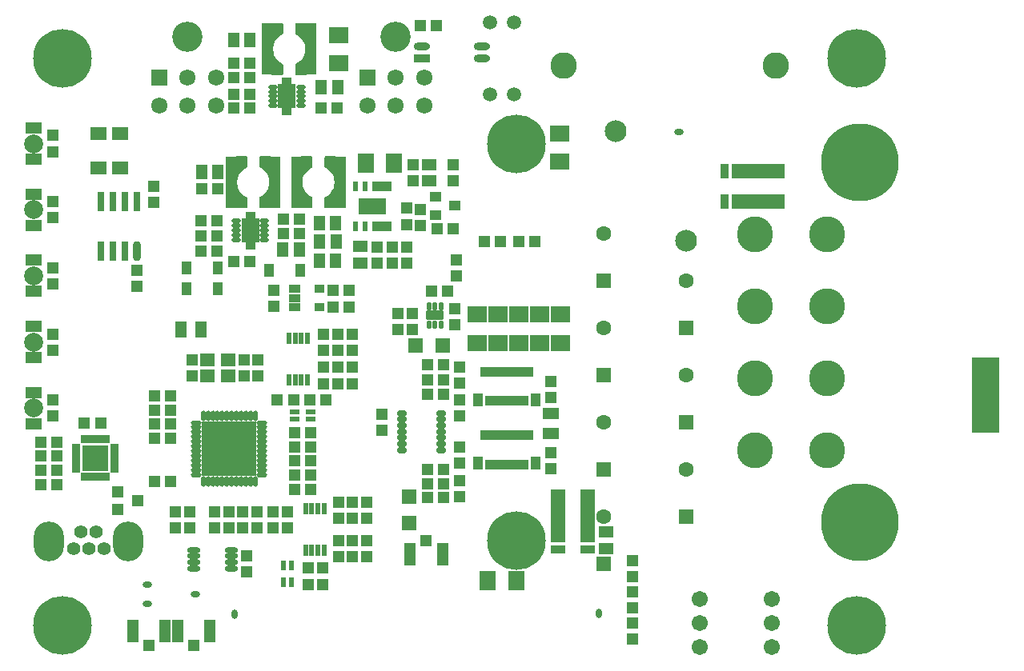
<source format=gbr>
%TF.GenerationSoftware,Altium Limited,Altium Designer,22.0.2 (36)*%
G04 Layer_Color=16711935*
%FSLAX45Y45*%
%MOMM*%
%TF.SameCoordinates,8084254D-3EA1-499E-96B0-688E0DB6412D*%
%TF.FilePolarity,Negative*%
%TF.FileFunction,Soldermask,Bot*%
%TF.Part,Single*%
G01*
G75*
%TA.AperFunction,NonConductor*%
%ADD103R,3.00000X8.00000*%
%TA.AperFunction,SMDPad,CuDef*%
G04:AMPARAMS|DCode=104|XSize=0.5032mm|YSize=0.9032mm|CornerRadius=0.1466mm|HoleSize=0mm|Usage=FLASHONLY|Rotation=0.000|XOffset=0mm|YOffset=0mm|HoleType=Round|Shape=RoundedRectangle|*
%AMROUNDEDRECTD104*
21,1,0.50320,0.61000,0,0,0.0*
21,1,0.21000,0.90320,0,0,0.0*
1,1,0.29320,0.10500,-0.30500*
1,1,0.29320,-0.10500,-0.30500*
1,1,0.29320,-0.10500,0.30500*
1,1,0.29320,0.10500,0.30500*
%
%ADD104ROUNDEDRECTD104*%
G04:AMPARAMS|DCode=105|XSize=1.8032mm|YSize=1.0932mm|CornerRadius=0.1461mm|HoleSize=0mm|Usage=FLASHONLY|Rotation=0.000|XOffset=0mm|YOffset=0mm|HoleType=Round|Shape=RoundedRectangle|*
%AMROUNDEDRECTD105*
21,1,1.80320,0.80100,0,0,0.0*
21,1,1.51100,1.09320,0,0,0.0*
1,1,0.29220,0.75550,-0.40050*
1,1,0.29220,-0.75550,-0.40050*
1,1,0.29220,-0.75550,0.40050*
1,1,0.29220,0.75550,0.40050*
%
%ADD105ROUNDEDRECTD105*%
%ADD106R,1.80320X1.30320*%
%ADD107R,1.15320X5.50320*%
%ADD108R,1.75320X1.35320*%
%ADD109R,0.60320X1.10320*%
%ADD110R,1.25320X2.40320*%
%ADD111R,1.20320X1.20320*%
G04:AMPARAMS|DCode=112|XSize=0.6032mm|YSize=1.3032mm|CornerRadius=0.2016mm|HoleSize=0mm|Usage=FLASHONLY|Rotation=270.000|XOffset=0mm|YOffset=0mm|HoleType=Round|Shape=RoundedRectangle|*
%AMROUNDEDRECTD112*
21,1,0.60320,0.90000,0,0,270.0*
21,1,0.20000,1.30320,0,0,270.0*
1,1,0.40320,-0.45000,-0.10000*
1,1,0.40320,-0.45000,0.10000*
1,1,0.40320,0.45000,0.10000*
1,1,0.40320,0.45000,-0.10000*
%
%ADD112ROUNDEDRECTD112*%
%ADD113R,1.60320X1.60320*%
%ADD114R,1.10320X0.89320*%
%ADD115R,1.19320X0.89320*%
%ADD116R,1.15320X1.10320*%
%ADD117R,1.15320X1.10320*%
%ADD118R,1.11320X1.42320*%
%ADD119R,0.80320X2.00320*%
G04:AMPARAMS|DCode=120|XSize=0.8032mm|YSize=2.0032mm|CornerRadius=0.2516mm|HoleSize=0mm|Usage=FLASHONLY|Rotation=0.000|XOffset=0mm|YOffset=0mm|HoleType=Round|Shape=RoundedRectangle|*
%AMROUNDEDRECTD120*
21,1,0.80320,1.50000,0,0,0.0*
21,1,0.30000,2.00320,0,0,0.0*
1,1,0.50320,0.15000,-0.75000*
1,1,0.50320,-0.15000,-0.75000*
1,1,0.50320,-0.15000,0.75000*
1,1,0.50320,0.15000,0.75000*
%
%ADD120ROUNDEDRECTD120*%
%ADD121R,1.70320X1.30320*%
G04:AMPARAMS|DCode=122|XSize=0.4532mm|YSize=1.1032mm|CornerRadius=0.1641mm|HoleSize=0mm|Usage=FLASHONLY|Rotation=180.000|XOffset=0mm|YOffset=0mm|HoleType=Round|Shape=RoundedRectangle|*
%AMROUNDEDRECTD122*
21,1,0.45320,0.77500,0,0,180.0*
21,1,0.12500,1.10320,0,0,180.0*
1,1,0.32820,-0.06250,0.38750*
1,1,0.32820,0.06250,0.38750*
1,1,0.32820,0.06250,-0.38750*
1,1,0.32820,-0.06250,-0.38750*
%
%ADD122ROUNDEDRECTD122*%
G04:AMPARAMS|DCode=123|XSize=0.4532mm|YSize=1.1032mm|CornerRadius=0.1641mm|HoleSize=0mm|Usage=FLASHONLY|Rotation=270.000|XOffset=0mm|YOffset=0mm|HoleType=Round|Shape=RoundedRectangle|*
%AMROUNDEDRECTD123*
21,1,0.45320,0.77500,0,0,270.0*
21,1,0.12500,1.10320,0,0,270.0*
1,1,0.32820,-0.38750,-0.06250*
1,1,0.32820,-0.38750,0.06250*
1,1,0.32820,0.38750,0.06250*
1,1,0.32820,0.38750,-0.06250*
%
%ADD123ROUNDEDRECTD123*%
%ADD124R,5.80320X5.80320*%
%ADD125R,0.95320X0.50320*%
%ADD126R,0.50320X0.95320*%
%ADD127R,2.80320X2.80320*%
G04:AMPARAMS|DCode=128|XSize=0.4332mm|YSize=1.0032mm|CornerRadius=0.1476mm|HoleSize=0mm|Usage=FLASHONLY|Rotation=270.000|XOffset=0mm|YOffset=0mm|HoleType=Round|Shape=RoundedRectangle|*
%AMROUNDEDRECTD128*
21,1,0.43320,0.70800,0,0,270.0*
21,1,0.13800,1.00320,0,0,270.0*
1,1,0.29520,-0.35400,-0.06900*
1,1,0.29520,-0.35400,0.06900*
1,1,0.29520,0.35400,0.06900*
1,1,0.29520,0.35400,-0.06900*
%
%ADD128ROUNDEDRECTD128*%
%ADD129R,1.85320X2.60320*%
%ADD130R,0.48320X0.90320*%
%ADD131R,0.61320X1.22320*%
%ADD132R,0.50320X1.10320*%
%ADD133R,3.00320X1.80320*%
%ADD134R,1.05320X1.35320*%
%ADD135R,4.60320X1.05320*%
%ADD136R,5.70320X1.05320*%
%ADD137O,1.72320X0.81320*%
%ADD138R,1.72320X0.81320*%
G04:AMPARAMS|DCode=139|XSize=1.0032mm|YSize=0.6032mm|CornerRadius=0.1516mm|HoleSize=0mm|Usage=FLASHONLY|Rotation=0.000|XOffset=0mm|YOffset=0mm|HoleType=Round|Shape=RoundedRectangle|*
%AMROUNDEDRECTD139*
21,1,1.00320,0.30000,0,0,0.0*
21,1,0.70000,0.60320,0,0,0.0*
1,1,0.30320,0.35000,-0.15000*
1,1,0.30320,-0.35000,-0.15000*
1,1,0.30320,-0.35000,0.15000*
1,1,0.30320,0.35000,0.15000*
%
%ADD139ROUNDEDRECTD139*%
%ADD140R,1.80320X2.00320*%
%ADD141R,1.30320X1.60320*%
%ADD142R,1.20320X1.30320*%
%ADD143R,1.60320X1.40320*%
%ADD144R,1.50320X5.60320*%
%ADD145R,1.50320X0.90320*%
%ADD146R,1.60320X1.30320*%
%ADD147R,1.30320X1.20320*%
%ADD148R,2.00320X1.80320*%
%ADD149R,0.90320X1.50320*%
%ADD150R,5.60320X1.50320*%
%ADD151R,1.30320X1.70320*%
%ADD152R,1.60320X1.60320*%
%ADD153R,1.10320X0.60320*%
%TA.AperFunction,ComponentPad*%
%ADD154C,2.00320*%
%ADD155C,1.60320*%
%ADD156R,1.60320X1.60320*%
%ADD157C,1.40320*%
%ADD158O,3.20320X4.20320*%
%ADD159O,1.00320X0.60320*%
%ADD160C,0.85320*%
%ADD161C,8.20320*%
%ADD162C,3.80320*%
%ADD163C,2.80320*%
%ADD164C,6.20320*%
%ADD165C,2.30320*%
%ADD166C,3.20319*%
%ADD167R,1.72320X1.72320*%
%ADD168C,1.72320*%
%ADD169C,1.70320*%
%ADD170C,1.50320*%
%TA.AperFunction,ViaPad*%
%ADD171C,6.20320*%
%TA.AperFunction,WasherPad*%
%ADD172O,0.60320X1.00320*%
%ADD173O,1.00320X0.60320*%
G36*
X3081329Y6875095D02*
X3082635Y6874835D01*
X3083897Y6874407D01*
X3085091Y6873818D01*
X3086199Y6873078D01*
X3087200Y6872200D01*
X3088078Y6871198D01*
X3088818Y6870091D01*
X3089407Y6868896D01*
X3089835Y6867635D01*
X3090095Y6866329D01*
X3090182Y6865000D01*
Y6600000D01*
Y6335000D01*
X3090095Y6333671D01*
X3089835Y6332365D01*
X3089407Y6331104D01*
X3088818Y6329909D01*
X3088078Y6328802D01*
X3087200Y6327800D01*
X3086199Y6326922D01*
X3085091Y6326182D01*
X3083897Y6325593D01*
X3082635Y6325165D01*
X3081329Y6324905D01*
X3080000Y6324818D01*
X2975000D01*
X2973671Y6324905D01*
X2972365Y6325165D01*
X2971104Y6325593D01*
X2969909Y6326182D01*
X2968802Y6326922D01*
X2967801Y6327800D01*
X2966923Y6328802D01*
X2966183Y6329909D01*
X2965594Y6331104D01*
X2965166Y6332365D01*
X2964906Y6333671D01*
X2964819Y6335000D01*
Y6435000D01*
X2964857Y6435585D01*
X2964885Y6436159D01*
X2964900Y6436243D01*
X2964906Y6436329D01*
X2965019Y6436901D01*
X2965123Y6437469D01*
X2965149Y6437551D01*
X2965166Y6437635D01*
X2965354Y6438191D01*
X2965530Y6438738D01*
X2965566Y6438814D01*
X2965594Y6438896D01*
X2965854Y6439425D01*
X2966098Y6439942D01*
X2966144Y6440014D01*
X2966183Y6440091D01*
X2966505Y6440573D01*
X2966820Y6441062D01*
X2966875Y6441128D01*
X2966923Y6441198D01*
X2967304Y6441633D01*
X2967681Y6442078D01*
X2967744Y6442135D01*
X2967801Y6442200D01*
X2968239Y6442585D01*
X2968667Y6442972D01*
X2968737Y6443021D01*
X2968802Y6443078D01*
X2969287Y6443402D01*
X2969762Y6443731D01*
X2994310Y6458460D01*
X3013313Y6472712D01*
X3027288Y6486687D01*
X3041304Y6505375D01*
X3055893Y6534553D01*
X3060393Y6543554D01*
X3064973Y6561874D01*
X3069748Y6600070D01*
X3064956Y6643196D01*
X3060393Y6661446D01*
X3046304Y6689625D01*
X3032288Y6708313D01*
X3003687Y6736914D01*
X2980098Y6751067D01*
X2970447Y6755893D01*
X2970183Y6756047D01*
X2969909Y6756182D01*
X2969609Y6756383D01*
X2969297Y6756565D01*
X2969057Y6756752D01*
X2968802Y6756922D01*
X2968530Y6757161D01*
X2968245Y6757382D01*
X2968030Y6757599D01*
X2967801Y6757800D01*
X2967563Y6758071D01*
X2967309Y6758329D01*
X2967123Y6758573D01*
X2966923Y6758802D01*
X2966722Y6759101D01*
X2966504Y6759390D01*
X2966352Y6759656D01*
X2966183Y6759909D01*
X2966023Y6760233D01*
X2965844Y6760547D01*
X2965729Y6760829D01*
X2965594Y6761104D01*
X2965477Y6761447D01*
X2965341Y6761780D01*
X2965264Y6762075D01*
X2965166Y6762365D01*
X2965095Y6762719D01*
X2965003Y6763069D01*
X2964965Y6763371D01*
X2964906Y6763671D01*
X2964882Y6764031D01*
X2964837Y6764390D01*
X2964839Y6764695D01*
X2964819Y6765000D01*
Y6865000D01*
X2964906Y6866329D01*
X2965166Y6867635D01*
X2965594Y6868896D01*
X2966183Y6870091D01*
X2966923Y6871198D01*
X2967801Y6872200D01*
X2968802Y6873078D01*
X2969909Y6873818D01*
X2971104Y6874407D01*
X2972365Y6874835D01*
X2973671Y6875095D01*
X2975000Y6875182D01*
X3080000D01*
X3081329Y6875095D01*
D02*
G37*
G36*
X2826329D02*
X2827635Y6874835D01*
X2828897Y6874407D01*
X2830091Y6873818D01*
X2831199Y6873078D01*
X2832200Y6872200D01*
X2833078Y6871198D01*
X2833818Y6870091D01*
X2834407Y6868896D01*
X2834835Y6867635D01*
X2835095Y6866329D01*
X2835182Y6865000D01*
Y6765000D01*
X2835162Y6764695D01*
X2835164Y6764390D01*
X2835119Y6764031D01*
X2835095Y6763671D01*
X2835035Y6763371D01*
X2834997Y6763069D01*
X2834906Y6762719D01*
X2834835Y6762365D01*
X2834737Y6762075D01*
X2834660Y6761780D01*
X2834523Y6761447D01*
X2834407Y6761104D01*
X2834271Y6760829D01*
X2834157Y6760547D01*
X2833978Y6760233D01*
X2833818Y6759909D01*
X2833648Y6759656D01*
X2833497Y6759390D01*
X2833278Y6759101D01*
X2833078Y6758802D01*
X2832877Y6758573D01*
X2832692Y6758329D01*
X2832437Y6758071D01*
X2832200Y6757800D01*
X2831970Y6757599D01*
X2831756Y6757382D01*
X2831471Y6757161D01*
X2831199Y6756922D01*
X2830944Y6756752D01*
X2830703Y6756565D01*
X2830392Y6756383D01*
X2830091Y6756182D01*
X2829818Y6756047D01*
X2829554Y6755893D01*
X2810122Y6746177D01*
X2796487Y6737088D01*
X2763086Y6703687D01*
X2748932Y6680096D01*
X2744431Y6671094D01*
X2735001Y6642804D01*
X2730245Y6600000D01*
X2735045Y6556805D01*
X2739607Y6538554D01*
X2753824Y6510120D01*
X2762913Y6496486D01*
X2786688Y6472712D01*
X2805691Y6458460D01*
X2830239Y6443731D01*
X2830714Y6443402D01*
X2831199Y6443078D01*
X2831264Y6443021D01*
X2831333Y6442972D01*
X2831761Y6442585D01*
X2832200Y6442200D01*
X2832256Y6442135D01*
X2832320Y6442078D01*
X2832697Y6441633D01*
X2833078Y6441198D01*
X2833125Y6441128D01*
X2833181Y6441062D01*
X2833495Y6440573D01*
X2833818Y6440091D01*
X2833856Y6440014D01*
X2833902Y6439942D01*
X2834147Y6439425D01*
X2834407Y6438896D01*
X2834435Y6438814D01*
X2834471Y6438738D01*
X2834647Y6438191D01*
X2834835Y6437635D01*
X2834852Y6437551D01*
X2834878Y6437469D01*
X2834981Y6436901D01*
X2835095Y6436329D01*
X2835101Y6436243D01*
X2835116Y6436159D01*
X2835144Y6435585D01*
X2835182Y6435000D01*
Y6335000D01*
X2835095Y6333671D01*
X2834835Y6332365D01*
X2834407Y6331104D01*
X2833818Y6329909D01*
X2833078Y6328802D01*
X2832200Y6327800D01*
X2831199Y6326922D01*
X2830091Y6326182D01*
X2828897Y6325593D01*
X2827635Y6325165D01*
X2826329Y6324905D01*
X2825000Y6324818D01*
X2720000D01*
X2718671Y6324905D01*
X2717365Y6325165D01*
X2716104Y6325593D01*
X2714909Y6326182D01*
X2713802Y6326922D01*
X2712801Y6327800D01*
X2711923Y6328802D01*
X2711183Y6329909D01*
X2710594Y6331104D01*
X2710166Y6332365D01*
X2709906Y6333671D01*
X2709819Y6335000D01*
Y6600000D01*
Y6865000D01*
X2709906Y6866329D01*
X2710166Y6867635D01*
X2710594Y6868896D01*
X2711183Y6870091D01*
X2711923Y6871198D01*
X2712801Y6872200D01*
X2713802Y6873078D01*
X2714909Y6873818D01*
X2716104Y6874407D01*
X2717365Y6874835D01*
X2718671Y6875095D01*
X2720000Y6875182D01*
X2825000D01*
X2826329Y6875095D01*
D02*
G37*
G36*
X3391330Y5465095D02*
X3392636Y5464835D01*
X3393897Y5464407D01*
X3395092Y5463818D01*
X3396199Y5463078D01*
X3397200Y5462200D01*
X3398079Y5461199D01*
X3398818Y5460091D01*
X3399408Y5458897D01*
X3399836Y5457636D01*
X3400096Y5456329D01*
X3400183Y5455000D01*
Y5190000D01*
D01*
Y4925000D01*
X3400096Y4923671D01*
X3399836Y4922365D01*
X3399408Y4921104D01*
X3398818Y4919909D01*
X3398079Y4918802D01*
X3397200Y4917801D01*
X3396199Y4916923D01*
X3395092Y4916183D01*
X3393897Y4915593D01*
X3392636Y4915165D01*
X3391330Y4914906D01*
X3390001Y4914818D01*
X3285001D01*
X3283672Y4914906D01*
X3282366Y4915165D01*
X3281105Y4915593D01*
X3279910Y4916183D01*
X3278803Y4916923D01*
X3277801Y4917801D01*
X3276923Y4918802D01*
X3276183Y4919909D01*
X3275594Y4921104D01*
X3275166Y4922365D01*
X3274906Y4923671D01*
X3274819Y4925000D01*
Y5025000D01*
X3274858Y5025585D01*
X3274885Y5026159D01*
X3274901Y5026243D01*
X3274906Y5026329D01*
X3275020Y5026902D01*
X3275123Y5027470D01*
X3275149Y5027551D01*
X3275166Y5027636D01*
X3275355Y5028191D01*
X3275530Y5028738D01*
X3275566Y5028814D01*
X3275594Y5028897D01*
X3275855Y5029425D01*
X3276099Y5029942D01*
X3276145Y5030014D01*
X3276183Y5030091D01*
X3276506Y5030574D01*
X3276820Y5031062D01*
X3276876Y5031128D01*
X3276923Y5031199D01*
X3277305Y5031634D01*
X3277681Y5032078D01*
X3277745Y5032135D01*
X3277801Y5032200D01*
X3278240Y5032585D01*
X3278668Y5032973D01*
X3278738Y5033021D01*
X3278803Y5033078D01*
X3279288Y5033402D01*
X3279763Y5033731D01*
X3304310Y5048460D01*
X3323314Y5062712D01*
X3337289Y5076688D01*
X3351305Y5095375D01*
X3365894Y5124554D01*
X3370394Y5133554D01*
X3374974Y5151874D01*
X3379749Y5190070D01*
X3374957Y5233196D01*
X3370394Y5251446D01*
X3356305Y5279625D01*
X3342289Y5298313D01*
X3313688Y5326915D01*
X3290099Y5341068D01*
X3280448Y5345893D01*
X3280183Y5346048D01*
X3279910Y5346183D01*
X3279610Y5346383D01*
X3279298Y5346566D01*
X3279057Y5346752D01*
X3278803Y5346923D01*
X3278530Y5347161D01*
X3278246Y5347382D01*
X3278031Y5347599D01*
X3277801Y5347801D01*
X3277564Y5348071D01*
X3277309Y5348329D01*
X3277124Y5348573D01*
X3276923Y5348802D01*
X3276723Y5349102D01*
X3276504Y5349390D01*
X3276353Y5349656D01*
X3276183Y5349909D01*
X3276024Y5350233D01*
X3275845Y5350547D01*
X3275730Y5350829D01*
X3275594Y5351104D01*
X3275478Y5351447D01*
X3275342Y5351781D01*
X3275264Y5352076D01*
X3275166Y5352365D01*
X3275096Y5352719D01*
X3275004Y5353069D01*
X3274966Y5353372D01*
X3274906Y5353671D01*
X3274883Y5354031D01*
X3274837Y5354390D01*
X3274839Y5354695D01*
X3274819Y5355000D01*
Y5455000D01*
X3274906Y5456329D01*
X3275166Y5457636D01*
X3275594Y5458897D01*
X3276183Y5460091D01*
X3276923Y5461199D01*
X3277801Y5462200D01*
X3278803Y5463078D01*
X3279910Y5463818D01*
X3281105Y5464407D01*
X3282366Y5464835D01*
X3283672Y5465095D01*
X3285001Y5465182D01*
X3390001D01*
X3391330Y5465095D01*
D02*
G37*
G36*
X3136330D02*
X3137636Y5464835D01*
X3138897Y5464407D01*
X3140092Y5463818D01*
X3141199Y5463078D01*
X3142200Y5462200D01*
X3143079Y5461199D01*
X3143818Y5460091D01*
X3144408Y5458897D01*
X3144836Y5457636D01*
X3145096Y5456329D01*
X3145183Y5455000D01*
Y5355000D01*
X3145163Y5354695D01*
X3145164Y5354390D01*
X3145119Y5354031D01*
X3145096Y5353671D01*
X3145036Y5353372D01*
X3144998Y5353069D01*
X3144906Y5352719D01*
X3144836Y5352365D01*
X3144738Y5352076D01*
X3144660Y5351781D01*
X3144524Y5351447D01*
X3144408Y5351104D01*
X3144272Y5350829D01*
X3144157Y5350547D01*
X3143978Y5350233D01*
X3143818Y5349909D01*
X3143649Y5349656D01*
X3143498Y5349390D01*
X3143279Y5349102D01*
X3143079Y5348802D01*
X3142878Y5348573D01*
X3142693Y5348329D01*
X3142438Y5348071D01*
X3142200Y5347801D01*
X3141971Y5347599D01*
X3141756Y5347382D01*
X3141471Y5347161D01*
X3141199Y5346923D01*
X3140944Y5346752D01*
X3140704Y5346566D01*
X3140392Y5346383D01*
X3140092Y5346183D01*
X3139818Y5346048D01*
X3139554Y5345893D01*
X3120122Y5336177D01*
X3106488Y5327088D01*
X3073087Y5293687D01*
X3058932Y5270096D01*
X3054432Y5261094D01*
X3045002Y5232804D01*
X3040246Y5190000D01*
X3045045Y5146805D01*
X3049608Y5128554D01*
X3063824Y5100121D01*
X3072914Y5086486D01*
X3096688Y5062712D01*
X3115692Y5048460D01*
X3140239Y5033731D01*
X3140714Y5033402D01*
X3141199Y5033078D01*
X3141264Y5033021D01*
X3141334Y5032973D01*
X3141762Y5032585D01*
X3142200Y5032200D01*
X3142257Y5032135D01*
X3142321Y5032078D01*
X3142697Y5031634D01*
X3143079Y5031199D01*
X3143126Y5031128D01*
X3143182Y5031062D01*
X3143496Y5030574D01*
X3143818Y5030091D01*
X3143857Y5030014D01*
X3143903Y5029942D01*
X3144147Y5029425D01*
X3144408Y5028897D01*
X3144436Y5028814D01*
X3144472Y5028738D01*
X3144647Y5028191D01*
X3144836Y5027636D01*
X3144852Y5027551D01*
X3144879Y5027470D01*
X3144982Y5026902D01*
X3145096Y5026329D01*
X3145101Y5026243D01*
X3145116Y5026159D01*
X3145144Y5025585D01*
X3145183Y5025000D01*
Y4925000D01*
X3145096Y4923671D01*
X3144836Y4922365D01*
X3144408Y4921104D01*
X3143818Y4919909D01*
X3143079Y4918802D01*
X3142200Y4917801D01*
X3141199Y4916923D01*
X3140092Y4916183D01*
X3138897Y4915593D01*
X3137636Y4915165D01*
X3136330Y4914906D01*
X3135001Y4914818D01*
X3030001D01*
X3028672Y4914906D01*
X3027366Y4915165D01*
X3026105Y4915593D01*
X3024910Y4916183D01*
X3023803Y4916923D01*
X3022801Y4917801D01*
X3021923Y4918802D01*
X3021183Y4919909D01*
X3020594Y4921104D01*
X3020166Y4922365D01*
X3019906Y4923671D01*
X3019819Y4925000D01*
Y5190000D01*
D01*
Y5455000D01*
X3019906Y5456329D01*
X3020166Y5457636D01*
X3020594Y5458897D01*
X3021183Y5460091D01*
X3021923Y5461199D01*
X3022801Y5462200D01*
X3023803Y5463078D01*
X3024910Y5463818D01*
X3026105Y5464407D01*
X3027366Y5464835D01*
X3028672Y5465095D01*
X3030001Y5465182D01*
X3135001D01*
X3136330Y5465095D01*
D02*
G37*
G36*
X2701329Y5465095D02*
X2702636Y5464835D01*
X2703897Y5464407D01*
X2705091Y5463818D01*
X2706199Y5463078D01*
X2707200Y5462200D01*
X2708078Y5461198D01*
X2708818Y5460091D01*
X2709407Y5458896D01*
X2709835Y5457635D01*
X2710095Y5456329D01*
X2710182Y5455000D01*
Y5190000D01*
Y4925000D01*
X2710095Y4923671D01*
X2709835Y4922365D01*
X2709407Y4921104D01*
X2708818Y4919909D01*
X2708078Y4918802D01*
X2707200Y4917800D01*
X2706199Y4916922D01*
X2705091Y4916182D01*
X2703897Y4915593D01*
X2702636Y4915165D01*
X2701329Y4914905D01*
X2700000Y4914818D01*
X2595001D01*
X2593672Y4914905D01*
X2592365Y4915165D01*
X2591104Y4915593D01*
X2589910Y4916182D01*
X2588802Y4916922D01*
X2587801Y4917800D01*
X2586923Y4918802D01*
X2586183Y4919909D01*
X2585594Y4921104D01*
X2585166Y4922365D01*
X2584906Y4923671D01*
X2584819Y4925000D01*
Y5025000D01*
X2584857Y5025585D01*
X2584885Y5026159D01*
X2584900Y5026243D01*
X2584906Y5026329D01*
X2585020Y5026901D01*
X2585123Y5027469D01*
X2585149Y5027551D01*
X2585166Y5027635D01*
X2585354Y5028191D01*
X2585530Y5028738D01*
X2585566Y5028814D01*
X2585594Y5028896D01*
X2585854Y5029425D01*
X2586099Y5029942D01*
X2586145Y5030014D01*
X2586183Y5030091D01*
X2586505Y5030573D01*
X2586820Y5031062D01*
X2586876Y5031128D01*
X2586923Y5031198D01*
X2587304Y5031633D01*
X2587681Y5032078D01*
X2587744Y5032135D01*
X2587801Y5032200D01*
X2588240Y5032585D01*
X2588667Y5032972D01*
X2588737Y5033021D01*
X2588802Y5033078D01*
X2589287Y5033402D01*
X2589762Y5033731D01*
X2614310Y5048460D01*
X2633313Y5062712D01*
X2647289Y5076687D01*
X2661304Y5095375D01*
X2675894Y5124553D01*
X2680394Y5133554D01*
X2684974Y5151874D01*
X2689748Y5190070D01*
X2684956Y5233196D01*
X2680394Y5251446D01*
X2666305Y5279625D01*
X2652289Y5298313D01*
X2623687Y5326914D01*
X2600099Y5341067D01*
X2590447Y5345893D01*
X2590183Y5346047D01*
X2589910Y5346182D01*
X2589609Y5346383D01*
X2589298Y5346565D01*
X2589057Y5346752D01*
X2588802Y5346922D01*
X2588530Y5347161D01*
X2588245Y5347382D01*
X2588031Y5347599D01*
X2587801Y5347800D01*
X2587564Y5348071D01*
X2587309Y5348329D01*
X2587124Y5348573D01*
X2586923Y5348802D01*
X2586723Y5349101D01*
X2586504Y5349390D01*
X2586352Y5349656D01*
X2586183Y5349909D01*
X2586023Y5350233D01*
X2585844Y5350547D01*
X2585729Y5350829D01*
X2585594Y5351104D01*
X2585477Y5351447D01*
X2585341Y5351780D01*
X2585264Y5352075D01*
X2585166Y5352365D01*
X2585095Y5352719D01*
X2585004Y5353069D01*
X2584966Y5353371D01*
X2584906Y5353671D01*
X2584882Y5354031D01*
X2584837Y5354390D01*
X2584839Y5354695D01*
X2584819Y5355000D01*
Y5455000D01*
X2584906Y5456329D01*
X2585166Y5457635D01*
X2585594Y5458896D01*
X2586183Y5460091D01*
X2586923Y5461198D01*
X2587801Y5462200D01*
X2588802Y5463078D01*
X2589910Y5463818D01*
X2591104Y5464407D01*
X2592365Y5464835D01*
X2593672Y5465095D01*
X2595001Y5465182D01*
X2700000D01*
X2701329Y5465095D01*
D02*
G37*
G36*
X2446329D02*
X2447636Y5464835D01*
X2448897Y5464407D01*
X2450091Y5463818D01*
X2451199Y5463078D01*
X2452200Y5462200D01*
X2453078Y5461198D01*
X2453818Y5460091D01*
X2454407Y5458896D01*
X2454835Y5457635D01*
X2455095Y5456329D01*
X2455182Y5455000D01*
Y5355000D01*
X2455162Y5354695D01*
X2455164Y5354390D01*
X2455119Y5354031D01*
X2455095Y5353671D01*
X2455035Y5353371D01*
X2454997Y5353069D01*
X2454906Y5352719D01*
X2454835Y5352365D01*
X2454737Y5352075D01*
X2454660Y5351780D01*
X2454524Y5351447D01*
X2454407Y5351104D01*
X2454272Y5350829D01*
X2454157Y5350547D01*
X2453978Y5350233D01*
X2453818Y5349909D01*
X2453649Y5349656D01*
X2453497Y5349390D01*
X2453279Y5349101D01*
X2453078Y5348802D01*
X2452877Y5348573D01*
X2452692Y5348329D01*
X2452438Y5348071D01*
X2452200Y5347800D01*
X2451970Y5347599D01*
X2451756Y5347382D01*
X2451471Y5347161D01*
X2451199Y5346922D01*
X2450944Y5346752D01*
X2450704Y5346565D01*
X2450392Y5346383D01*
X2450091Y5346182D01*
X2449818Y5346047D01*
X2449554Y5345893D01*
X2430122Y5336177D01*
X2416487Y5327088D01*
X2383086Y5293687D01*
X2368932Y5270096D01*
X2364431Y5261094D01*
X2355001Y5232804D01*
X2350245Y5190000D01*
X2355045Y5146805D01*
X2359607Y5128554D01*
X2373824Y5100120D01*
X2382914Y5086486D01*
X2406688Y5062712D01*
X2425691Y5048460D01*
X2450239Y5033731D01*
X2450714Y5033402D01*
X2451199Y5033078D01*
X2451264Y5033021D01*
X2451334Y5032972D01*
X2451761Y5032585D01*
X2452200Y5032200D01*
X2452257Y5032135D01*
X2452320Y5032078D01*
X2452697Y5031633D01*
X2453078Y5031198D01*
X2453125Y5031128D01*
X2453181Y5031062D01*
X2453496Y5030573D01*
X2453818Y5030091D01*
X2453856Y5030014D01*
X2453902Y5029942D01*
X2454147Y5029425D01*
X2454407Y5028896D01*
X2454435Y5028814D01*
X2454471Y5028738D01*
X2454647Y5028191D01*
X2454835Y5027635D01*
X2454852Y5027551D01*
X2454878Y5027469D01*
X2454981Y5026901D01*
X2455095Y5026329D01*
X2455101Y5026243D01*
X2455116Y5026159D01*
X2455144Y5025585D01*
X2455182Y5025000D01*
Y4925000D01*
X2455095Y4923671D01*
X2454835Y4922365D01*
X2454407Y4921104D01*
X2453818Y4919909D01*
X2453078Y4918802D01*
X2452200Y4917800D01*
X2451199Y4916922D01*
X2450091Y4916182D01*
X2448897Y4915593D01*
X2447636Y4915165D01*
X2446329Y4914905D01*
X2445000Y4914818D01*
X2340001D01*
X2338672Y4914905D01*
X2337365Y4915165D01*
X2336104Y4915593D01*
X2334910Y4916182D01*
X2333802Y4916922D01*
X2332801Y4917800D01*
X2331923Y4918802D01*
X2331183Y4919909D01*
X2330594Y4921104D01*
X2330166Y4922365D01*
X2329906Y4923671D01*
X2329819Y4925000D01*
Y5190000D01*
Y5455000D01*
X2329906Y5456329D01*
X2330166Y5457635D01*
X2330594Y5458896D01*
X2331183Y5460091D01*
X2331923Y5461198D01*
X2332801Y5462200D01*
X2333802Y5463078D01*
X2334910Y5463818D01*
X2336104Y5464407D01*
X2337365Y5464835D01*
X2338672Y5465095D01*
X2340001Y5465182D01*
X2445000D01*
X2446329Y5465095D01*
D02*
G37*
D103*
X10265000Y2934999D02*
D03*
D104*
X4508001Y3680500D02*
D03*
X4443001D02*
D03*
X4378001D02*
D03*
X4508001Y3879500D02*
D03*
X4443001D02*
D03*
X4378001D02*
D03*
D105*
X4443001Y3780000D02*
D03*
D106*
X200000Y5765000D02*
D03*
Y5435000D02*
D03*
Y5065000D02*
D03*
Y4735000D02*
D03*
Y3665000D02*
D03*
Y3335000D02*
D03*
Y2965000D02*
D03*
Y2635000D02*
D03*
Y4365000D02*
D03*
Y4035000D02*
D03*
D107*
X3127500Y6600000D02*
D03*
X2672500D02*
D03*
X2747500Y5190000D02*
D03*
X2292501D02*
D03*
X2982501Y5190000D02*
D03*
X3437501D02*
D03*
D108*
X1112500Y5342500D02*
D03*
Y5707500D02*
D03*
X887500D02*
D03*
Y5342500D02*
D03*
D109*
X2840001Y960000D02*
D03*
Y1130000D02*
D03*
X2920001D02*
D03*
Y960000D02*
D03*
D110*
X1720001Y440000D02*
D03*
X2060000D02*
D03*
X4520000Y1250000D02*
D03*
X4180001D02*
D03*
X1250001Y440000D02*
D03*
X1590000D02*
D03*
D111*
X1890001Y290000D02*
D03*
X1085000Y1725000D02*
D03*
Y1915000D02*
D03*
X1295000Y1820000D02*
D03*
X4350000Y1400000D02*
D03*
X1420000Y290000D02*
D03*
D112*
X2290000Y1297500D02*
D03*
Y1232500D02*
D03*
Y1167500D02*
D03*
Y1102500D02*
D03*
X1890000Y1297500D02*
D03*
Y1232500D02*
D03*
Y1167500D02*
D03*
Y1102500D02*
D03*
D113*
X4520000Y3460000D02*
D03*
X4240000D02*
D03*
D114*
X3219501Y4060001D02*
D03*
Y3870000D02*
D03*
D115*
X2960501Y4060001D02*
D03*
Y3965000D02*
D03*
Y3870000D02*
D03*
D116*
X4650001Y4940000D02*
D03*
X4450000Y4845000D02*
D03*
D117*
Y5035000D02*
D03*
D118*
X2143500Y4060000D02*
D03*
X1816500D02*
D03*
X2143501Y4280000D02*
D03*
X1816501D02*
D03*
X2686500Y4260000D02*
D03*
X3013500D02*
D03*
D119*
X1290500Y4985000D02*
D03*
X1163500D02*
D03*
X1036500D02*
D03*
X909500D02*
D03*
Y4465000D02*
D03*
X1036500D02*
D03*
X1163500D02*
D03*
D120*
X1290500D02*
D03*
D121*
X5670000Y2535000D02*
D03*
Y2745000D02*
D03*
D122*
X1990001Y2720000D02*
D03*
X2040000D02*
D03*
X2090000D02*
D03*
X2140001D02*
D03*
X2190000D02*
D03*
X2240001D02*
D03*
X2290001D02*
D03*
X2340000D02*
D03*
X2390001D02*
D03*
X2440000D02*
D03*
X2490000D02*
D03*
X2540001D02*
D03*
Y2020000D02*
D03*
X2490000D02*
D03*
X2440000D02*
D03*
X2390001D02*
D03*
X2340000D02*
D03*
X2290001D02*
D03*
X2240001D02*
D03*
X2190000D02*
D03*
X2140001D02*
D03*
X2090000D02*
D03*
X2040000D02*
D03*
X1990001D02*
D03*
D123*
X2610000Y2645000D02*
D03*
Y2595000D02*
D03*
Y2545000D02*
D03*
Y2495000D02*
D03*
Y2445000D02*
D03*
Y2395000D02*
D03*
Y2345000D02*
D03*
Y2295000D02*
D03*
Y2245000D02*
D03*
Y2195000D02*
D03*
Y2145000D02*
D03*
Y2095000D02*
D03*
X1920000D02*
D03*
Y2145000D02*
D03*
Y2195000D02*
D03*
Y2245000D02*
D03*
Y2295000D02*
D03*
Y2345000D02*
D03*
Y2395000D02*
D03*
Y2445000D02*
D03*
Y2495000D02*
D03*
Y2545000D02*
D03*
Y2595000D02*
D03*
Y2645000D02*
D03*
D124*
X2265001Y2370000D02*
D03*
D125*
X650000Y2245000D02*
D03*
Y2195000D02*
D03*
Y2145000D02*
D03*
Y2395000D02*
D03*
Y2345000D02*
D03*
Y2295000D02*
D03*
X1050000Y2245000D02*
D03*
Y2195000D02*
D03*
Y2145000D02*
D03*
Y2395000D02*
D03*
Y2345000D02*
D03*
Y2295000D02*
D03*
D126*
X875000Y2470000D02*
D03*
X925000D02*
D03*
X975000D02*
D03*
X725000D02*
D03*
X775000D02*
D03*
X825000D02*
D03*
Y2070000D02*
D03*
X775000D02*
D03*
X725000D02*
D03*
X975000D02*
D03*
X925000D02*
D03*
X875000D02*
D03*
D127*
X850000Y2270000D02*
D03*
D128*
X2727500Y6100000D02*
D03*
Y6000000D02*
D03*
Y6050000D02*
D03*
Y6150000D02*
D03*
Y6200000D02*
D03*
X3022500Y6000000D02*
D03*
Y6050000D02*
D03*
Y6150000D02*
D03*
Y6200000D02*
D03*
Y6100000D02*
D03*
X2342500Y4680000D02*
D03*
Y4580000D02*
D03*
Y4630000D02*
D03*
Y4730000D02*
D03*
Y4780000D02*
D03*
X2637500Y4580000D02*
D03*
Y4630000D02*
D03*
Y4730000D02*
D03*
Y4780000D02*
D03*
Y4680000D02*
D03*
D129*
X2875000Y6100000D02*
D03*
X2490000Y4680000D02*
D03*
D130*
X2850000Y6255000D02*
D03*
X2900000D02*
D03*
X2850000Y5945000D02*
D03*
X2900000D02*
D03*
X2465000Y4835000D02*
D03*
X2515000D02*
D03*
X2465000Y4525000D02*
D03*
X2515000D02*
D03*
D131*
X3202501Y1294999D02*
D03*
X3267501D02*
D03*
X3072501D02*
D03*
X3137501D02*
D03*
X3202501Y1734999D02*
D03*
X3267501D02*
D03*
X3072501D02*
D03*
X3137501D02*
D03*
X3029501Y3100000D02*
D03*
X3094501D02*
D03*
X2899501D02*
D03*
X2964501D02*
D03*
X3029501Y3540000D02*
D03*
X3094501D02*
D03*
X2899501D02*
D03*
X2964501D02*
D03*
D132*
X3605001Y5145000D02*
D03*
X3705001D02*
D03*
X3805001D02*
D03*
X3855001D02*
D03*
X3905001D02*
D03*
X3955001D02*
D03*
Y4725000D02*
D03*
X3905001D02*
D03*
X3855001D02*
D03*
X3805001D02*
D03*
X3705001D02*
D03*
X3605001D02*
D03*
D133*
X3780001Y4935000D02*
D03*
D134*
X4895001Y2220000D02*
D03*
X5505000D02*
D03*
X4895001Y2890000D02*
D03*
X5505000D02*
D03*
D135*
X5200001Y2205000D02*
D03*
Y2875000D02*
D03*
D136*
Y2515000D02*
D03*
Y3185000D02*
D03*
D137*
X4935000Y6627000D02*
D03*
Y6500000D02*
D03*
X4300000Y6627000D02*
D03*
D138*
Y6500000D02*
D03*
D139*
X4510000Y2355000D02*
D03*
Y2420000D02*
D03*
Y2485000D02*
D03*
Y2550000D02*
D03*
Y2615000D02*
D03*
Y2680000D02*
D03*
Y2745000D02*
D03*
X4090000D02*
D03*
Y2680000D02*
D03*
Y2615000D02*
D03*
Y2550000D02*
D03*
Y2485000D02*
D03*
Y2420000D02*
D03*
Y2355000D02*
D03*
D140*
X5000000Y970000D02*
D03*
X5300000D02*
D03*
X3710001Y5390000D02*
D03*
X4010001D02*
D03*
D141*
X3237501Y6200000D02*
D03*
X3412500D02*
D03*
X3392500Y4760000D02*
D03*
X3217501D02*
D03*
X3392500Y4360000D02*
D03*
X3217501D02*
D03*
X3397500Y4560000D02*
D03*
X3222501D02*
D03*
X2832501Y4480000D02*
D03*
X3007500D02*
D03*
X2147500Y5300000D02*
D03*
X1972500D02*
D03*
X2312501Y6700000D02*
D03*
X2487500D02*
D03*
D142*
X2740001Y4050000D02*
D03*
Y3880000D02*
D03*
X2730000Y1705000D02*
D03*
Y1535000D02*
D03*
X3415000Y3230000D02*
D03*
Y3060000D02*
D03*
X3570001Y1399999D02*
D03*
Y1229999D02*
D03*
X3250001Y1105000D02*
D03*
Y935000D02*
D03*
X3415000Y3410000D02*
D03*
Y3580000D02*
D03*
X3570001Y1629999D02*
D03*
Y1799999D02*
D03*
X2450000Y1235000D02*
D03*
Y1065000D02*
D03*
X1870000Y3140001D02*
D03*
Y3310000D02*
D03*
X2420000Y3310000D02*
D03*
Y3140000D02*
D03*
X1850000Y1535000D02*
D03*
Y1705000D02*
D03*
X3880000Y2565000D02*
D03*
Y2735000D02*
D03*
X1290000Y4085000D02*
D03*
Y4255000D02*
D03*
X2260000Y1705000D02*
D03*
Y1535000D02*
D03*
X2410000Y1705000D02*
D03*
Y1535000D02*
D03*
X4140001Y4505000D02*
D03*
Y4335000D02*
D03*
X4650000Y3685000D02*
D03*
Y3855000D02*
D03*
X3100001Y935000D02*
D03*
Y1105000D02*
D03*
X3565000Y3230000D02*
D03*
Y3060000D02*
D03*
X3720001Y1399999D02*
D03*
Y1229999D02*
D03*
X3265000Y3060000D02*
D03*
Y3230000D02*
D03*
X3420001Y1229999D02*
D03*
Y1399999D02*
D03*
X3565000Y3410000D02*
D03*
Y3580000D02*
D03*
X3720001Y1629999D02*
D03*
Y1799999D02*
D03*
X3265000Y3580000D02*
D03*
Y3410000D02*
D03*
X3420001Y1799999D02*
D03*
Y1629999D02*
D03*
X2570000Y3140000D02*
D03*
Y3310000D02*
D03*
X1700000Y1705000D02*
D03*
Y1535000D02*
D03*
X4210000Y5205000D02*
D03*
Y5375000D02*
D03*
X4140001Y4745000D02*
D03*
Y4915000D02*
D03*
X3830000Y4335000D02*
D03*
Y4505000D02*
D03*
X4290001Y4905000D02*
D03*
Y4735000D02*
D03*
X4630000Y5375000D02*
D03*
Y5205000D02*
D03*
X4670000Y4365000D02*
D03*
Y4195000D02*
D03*
X6530000Y525000D02*
D03*
Y355000D02*
D03*
X2110000Y1705000D02*
D03*
Y1535000D02*
D03*
X2560000Y1705000D02*
D03*
Y1535000D02*
D03*
X1470000Y4975000D02*
D03*
Y5145000D02*
D03*
X4700001Y2715000D02*
D03*
Y2885000D02*
D03*
Y3235000D02*
D03*
Y3065000D02*
D03*
X5670000Y3085000D02*
D03*
Y2915000D02*
D03*
X4700001Y2385000D02*
D03*
Y2215000D02*
D03*
X400000Y4985000D02*
D03*
Y4815000D02*
D03*
Y3585000D02*
D03*
Y3415000D02*
D03*
Y2885000D02*
D03*
Y2715000D02*
D03*
Y4285000D02*
D03*
Y4115000D02*
D03*
Y5685000D02*
D03*
Y5515000D02*
D03*
X3990001Y4505000D02*
D03*
Y4335000D02*
D03*
X6530000Y1185000D02*
D03*
Y1015000D02*
D03*
Y855000D02*
D03*
Y685000D02*
D03*
X4050001Y3635000D02*
D03*
Y3805000D02*
D03*
X4200000Y3805000D02*
D03*
Y3635000D02*
D03*
X4700001Y2035000D02*
D03*
Y1865000D02*
D03*
X5670000Y2155000D02*
D03*
Y2325000D02*
D03*
X2880000Y1705000D02*
D03*
Y1535000D02*
D03*
D143*
X2035000Y3140000D02*
D03*
Y3310000D02*
D03*
X2255000Y3140000D02*
D03*
Y3310000D02*
D03*
D144*
X6060000Y1660000D02*
D03*
X5740000D02*
D03*
D145*
Y1305000D02*
D03*
X6060000D02*
D03*
D146*
X3655001Y4337500D02*
D03*
Y4512500D02*
D03*
X6250000Y1487500D02*
D03*
Y1312500D02*
D03*
X4380001Y5202500D02*
D03*
Y5377500D02*
D03*
D147*
X2945000Y2890000D02*
D03*
X2775001D02*
D03*
X3125000Y2090000D02*
D03*
X2955000D02*
D03*
X3115000Y2890000D02*
D03*
X3285000D02*
D03*
X275000Y2140000D02*
D03*
X445000D02*
D03*
Y2290000D02*
D03*
X275000D02*
D03*
X905000Y2640000D02*
D03*
X735001D02*
D03*
X275000Y1990000D02*
D03*
X445000D02*
D03*
X3125000Y2240000D02*
D03*
X2955000D02*
D03*
X3535000Y3870000D02*
D03*
X3365000D02*
D03*
X2955000Y2540000D02*
D03*
X3125000D02*
D03*
X2955000Y2390000D02*
D03*
X3125000D02*
D03*
X4365001Y2150000D02*
D03*
X4535001D02*
D03*
X4365001Y2000000D02*
D03*
X4535001D02*
D03*
X2145001Y5120000D02*
D03*
X1975001D02*
D03*
X3005000Y4650000D02*
D03*
X2835000D02*
D03*
X3535000Y4050000D02*
D03*
X3365000D02*
D03*
X1475000Y2630000D02*
D03*
X1645000D02*
D03*
X1475001Y2020000D02*
D03*
X1645001D02*
D03*
X4465001Y4700000D02*
D03*
X4635001D02*
D03*
X1965000Y4460000D02*
D03*
X2135000D02*
D03*
X2135001Y4620000D02*
D03*
X1965001D02*
D03*
X2135001Y4780000D02*
D03*
X1965001D02*
D03*
X2315001Y4350000D02*
D03*
X2485001D02*
D03*
X3240000Y5975000D02*
D03*
X3410000D02*
D03*
X1645001Y2930000D02*
D03*
X1475001D02*
D03*
X4365000Y2950000D02*
D03*
X4535000D02*
D03*
Y1850000D02*
D03*
X4365000D02*
D03*
X4365001Y3260000D02*
D03*
X4535001D02*
D03*
X3125000Y1940000D02*
D03*
X2955000D02*
D03*
X2315001Y6450000D02*
D03*
X2485001D02*
D03*
X2315000Y5975000D02*
D03*
X2485000D02*
D03*
X4460000Y6850000D02*
D03*
X4290001D02*
D03*
X2485001Y6125000D02*
D03*
X2315001D02*
D03*
X2485001Y6300000D02*
D03*
X2315001D02*
D03*
X445000Y2440000D02*
D03*
X275000D02*
D03*
X1475001Y2780000D02*
D03*
X1645001D02*
D03*
X4535000Y3100000D02*
D03*
X4365000D02*
D03*
X5495000Y4560000D02*
D03*
X5325001D02*
D03*
X5135000D02*
D03*
X4965000D02*
D03*
X4575001Y4040000D02*
D03*
X4405001D02*
D03*
X3005000Y4800000D02*
D03*
X2835000D02*
D03*
X1475001Y2480000D02*
D03*
X1645001D02*
D03*
D148*
X5760000Y5710000D02*
D03*
Y5410000D02*
D03*
X5330001Y3790000D02*
D03*
Y3490000D02*
D03*
X5550000Y3790000D02*
D03*
Y3490000D02*
D03*
X4890000D02*
D03*
Y3790000D02*
D03*
X5110000Y3490000D02*
D03*
Y3790000D02*
D03*
X3425001Y6450000D02*
D03*
Y6750000D02*
D03*
X5770000Y3490000D02*
D03*
Y3790000D02*
D03*
D149*
X7505000Y4990000D02*
D03*
Y5310000D02*
D03*
D150*
X7860000D02*
D03*
Y4990000D02*
D03*
D151*
X1755000Y3630000D02*
D03*
X1965000D02*
D03*
D152*
X4170000Y1860000D02*
D03*
Y1580000D02*
D03*
D153*
X3125001Y2680000D02*
D03*
X2955000D02*
D03*
Y2760000D02*
D03*
X3125001D02*
D03*
D154*
X200000Y5600000D02*
D03*
Y4900000D02*
D03*
Y3500000D02*
D03*
Y2800000D02*
D03*
Y4200000D02*
D03*
D155*
X6225001Y4650000D02*
D03*
X7100001Y3150000D02*
D03*
Y2150000D02*
D03*
X6225001Y3650000D02*
D03*
X7100001Y4150000D02*
D03*
X6225001Y1650000D02*
D03*
Y2650000D02*
D03*
D156*
Y4150000D02*
D03*
X7100001Y2650000D02*
D03*
Y1650000D02*
D03*
X6225001Y3150000D02*
D03*
X7100001Y3650000D02*
D03*
X6225001Y1150000D02*
D03*
Y2150000D02*
D03*
D157*
X940001Y1310000D02*
D03*
X620001D02*
D03*
X700001Y1490000D02*
D03*
X780001Y1310000D02*
D03*
X860001Y1490000D02*
D03*
D158*
X1200001Y1390000D02*
D03*
X360001D02*
D03*
D159*
X1904001Y826500D02*
D03*
X1396001Y724900D02*
D03*
Y928100D02*
D03*
D160*
X2875000Y6100000D02*
D03*
X2825000Y6175000D02*
D03*
X2925000D02*
D03*
Y6025000D02*
D03*
X2825000D02*
D03*
X2490000Y4680000D02*
D03*
X2440000Y4755000D02*
D03*
X2540000D02*
D03*
Y4605000D02*
D03*
X2440000D02*
D03*
D161*
X8939001Y5405000D02*
D03*
Y1595000D02*
D03*
D162*
X8587001Y4643000D02*
D03*
X7825001D02*
D03*
X8587001Y3881000D02*
D03*
X7825001D02*
D03*
Y2357000D02*
D03*
X8587001D02*
D03*
X7825001Y3119000D02*
D03*
X8587001D02*
D03*
D163*
X5800000Y6425000D02*
D03*
X8050000D02*
D03*
D164*
X5300000Y5600000D02*
D03*
Y1400000D02*
D03*
D165*
X7095776Y4572202D02*
D03*
X6354225Y5727798D02*
D03*
D166*
X4025000Y6729997D02*
D03*
X1825000Y6729996D02*
D03*
D167*
X3725000Y6300000D02*
D03*
X1525001Y6300000D02*
D03*
D168*
X4025000Y6300000D02*
D03*
X4325000D02*
D03*
X3725000Y6000001D02*
D03*
X4025000D02*
D03*
X4325000D02*
D03*
X2125001Y6000000D02*
D03*
X1825000D02*
D03*
X1525001D02*
D03*
X2125000Y6300000D02*
D03*
X1825000D02*
D03*
D169*
X8006000Y525000D02*
D03*
X7244000D02*
D03*
Y271000D02*
D03*
X8006000Y779000D02*
D03*
X7244000D02*
D03*
X8006000Y271000D02*
D03*
D170*
X5023000Y6881000D02*
D03*
X5277000D02*
D03*
Y6119000D02*
D03*
X5023000D02*
D03*
D171*
X500000Y500000D02*
D03*
Y6500000D02*
D03*
X8900000D02*
D03*
Y500000D02*
D03*
D172*
X2320000Y620000D02*
D03*
X6175001Y625000D02*
D03*
D173*
X7025000Y5725000D02*
D03*
%TF.MD5,3dbb8b11599aba123a0376a6f2e5dbe7*%
M02*

</source>
